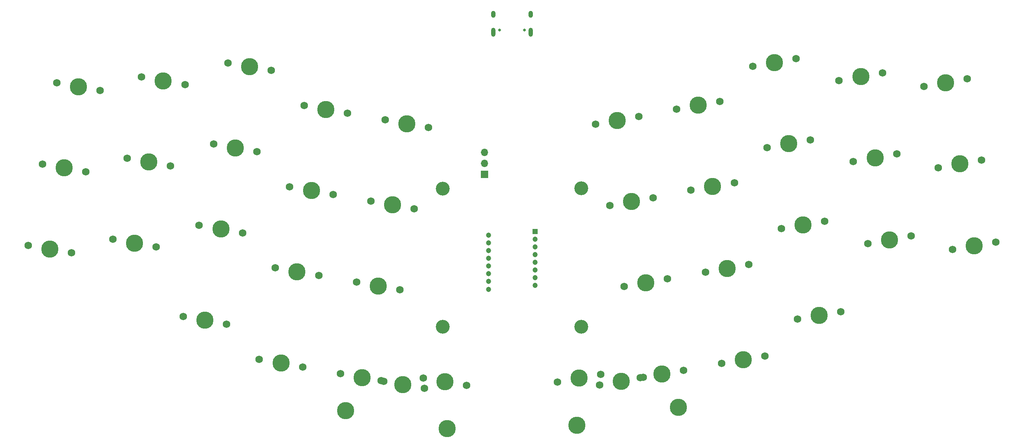
<source format=gbr>
%TF.GenerationSoftware,KiCad,Pcbnew,8.0.8*%
%TF.CreationDate,2025-05-06T20:43:44+02:00*%
%TF.ProjectId,Le Chisoffre,4c652043-6869-4736-9f66-6672652e6b69,rev?*%
%TF.SameCoordinates,Original*%
%TF.FileFunction,Soldermask,Top*%
%TF.FilePolarity,Negative*%
%FSLAX46Y46*%
G04 Gerber Fmt 4.6, Leading zero omitted, Abs format (unit mm)*
G04 Created by KiCad (PCBNEW 8.0.8) date 2025-05-06 20:43:44*
%MOMM*%
%LPD*%
G01*
G04 APERTURE LIST*
%ADD10C,1.750000*%
%ADD11C,3.987800*%
%ADD12C,3.200000*%
%ADD13C,0.650000*%
%ADD14O,1.000000X1.600000*%
%ADD15O,1.000000X2.100000*%
%ADD16R,1.700000X1.700000*%
%ADD17O,1.700000X1.700000*%
%ADD18R,1.200000X1.200000*%
%ADD19C,1.200000*%
G04 APERTURE END LIST*
D10*
%TO.C,MX17*%
X192178612Y-73706304D03*
D11*
X197181435Y-72824171D03*
D10*
X202184258Y-71942038D03*
%TD*%
%TO.C,MX28*%
X213089398Y-82592687D03*
D11*
X218092221Y-81710554D03*
D10*
X223095044Y-80828421D03*
%TD*%
%TO.C,MX25*%
X114931578Y-94964223D03*
D11*
X119934401Y-95846356D03*
D10*
X124937224Y-96728489D03*
%TD*%
%TO.C,MX20*%
X249287374Y-68472457D03*
D11*
X254290197Y-67590324D03*
D10*
X259293020Y-66708191D03*
%TD*%
%TO.C,MX35*%
X199241187Y-113760158D03*
D11*
X204244010Y-112878025D03*
D10*
X209246833Y-111995892D03*
%TD*%
%TO.C,MX9*%
X226391789Y-48329720D03*
D11*
X231394612Y-47447587D03*
D10*
X236397435Y-46565454D03*
%TD*%
%TO.C,MX8*%
X206473403Y-45071512D03*
D11*
X211476226Y-44189379D03*
D10*
X216479049Y-43307246D03*
%TD*%
%TO.C,MX24*%
X96170990Y-91656225D03*
D11*
X101173813Y-92538358D03*
D10*
X106176636Y-93420491D03*
%TD*%
%TO.C,MX39*%
X161297358Y-118012792D03*
D11*
X166300181Y-117130659D03*
D10*
X171303004Y-116248526D03*
%TD*%
%TO.C,MX11*%
X42370225Y-67661791D03*
D11*
X47373048Y-68543924D03*
D10*
X52375871Y-69426057D03*
%TD*%
%TO.C,MX15*%
X118239576Y-76203635D03*
D11*
X123242399Y-77085768D03*
D10*
X128245222Y-77967901D03*
%TD*%
%TO.C,MX26*%
X176759102Y-95962495D03*
D11*
X181761925Y-95080362D03*
D10*
X186764748Y-94198229D03*
%TD*%
%TO.C,MX19*%
X229699787Y-67090308D03*
D11*
X234702610Y-66208175D03*
D10*
X239705433Y-65326042D03*
%TD*%
%TO.C,MX38*%
X140371298Y-118833195D03*
D11*
X135368475Y-117951062D03*
D10*
X130365652Y-117068929D03*
%TD*%
%TO.C,MX37*%
X111191565Y-116106005D03*
D11*
X116194388Y-116988138D03*
D10*
X121197211Y-117870271D03*
%TD*%
%TO.C,MX6*%
X170143106Y-58441320D03*
D11*
X175145929Y-57559187D03*
D10*
X180148752Y-56677054D03*
%TD*%
%TO.C,MX5*%
X121547573Y-57443048D03*
D11*
X126550396Y-58325181D03*
D10*
X131553219Y-59207314D03*
%TD*%
%TO.C,MX12*%
X61957812Y-66279642D03*
D11*
X66960635Y-67161775D03*
D10*
X71963458Y-68043908D03*
%TD*%
%TO.C,MX23*%
X78568202Y-81782022D03*
D11*
X83571025Y-82664155D03*
D10*
X88573848Y-83546288D03*
%TD*%
%TO.C,MX29*%
X233040865Y-86038502D03*
D11*
X238043688Y-85156369D03*
D10*
X243046511Y-84274236D03*
%TD*%
%TO.C,MX14*%
X99478988Y-72895638D03*
D11*
X104481811Y-73777771D03*
D10*
X109484634Y-74659904D03*
%TD*%
D11*
%TO.C,S2*%
X165807215Y-128049174D03*
X189257951Y-123914178D03*
%TD*%
D10*
%TO.C,MX2*%
X65265810Y-47519054D03*
D11*
X70268633Y-48401187D03*
D10*
X75271456Y-49283320D03*
%TD*%
D12*
%TO.C,H4*%
X166859205Y-105283250D03*
%TD*%
D10*
%TO.C,MX3*%
X85184197Y-44260847D03*
D11*
X90187020Y-45142980D03*
D10*
X95189843Y-46025113D03*
%TD*%
%TO.C,MX30*%
X252628452Y-87420651D03*
D11*
X257631275Y-86538518D03*
D10*
X262634098Y-85656385D03*
%TD*%
%TO.C,MX7*%
X188870614Y-54945716D03*
D11*
X193873437Y-54063583D03*
D10*
X198876260Y-53181450D03*
%TD*%
%TO.C,MX22*%
X58649815Y-85040230D03*
D11*
X63652638Y-85922363D03*
D10*
X68655461Y-86804496D03*
%TD*%
%TO.C,MX36*%
X216777816Y-103510743D03*
D11*
X221780639Y-102628610D03*
D10*
X226783462Y-101746477D03*
%TD*%
%TO.C,MX34*%
X171096294Y-118734221D03*
D11*
X176099117Y-117852088D03*
D10*
X181101940Y-116969955D03*
%TD*%
D12*
%TO.C,H3*%
X134853935Y-105290620D03*
%TD*%
D10*
%TO.C,MX31*%
X74846704Y-102887683D03*
D11*
X79849527Y-103769816D03*
D10*
X84852350Y-104651949D03*
%TD*%
%TO.C,MX21*%
X39062227Y-86422379D03*
D11*
X44065050Y-87304512D03*
D10*
X49067873Y-88186645D03*
%TD*%
%TO.C,MX10*%
X245979377Y-49711870D03*
D11*
X250982200Y-48829737D03*
D10*
X255985023Y-47947604D03*
%TD*%
%TO.C,MX33*%
X120580213Y-117738224D03*
D11*
X125583036Y-118620357D03*
D10*
X130585859Y-119502490D03*
%TD*%
%TO.C,MX4*%
X102786986Y-54135050D03*
D11*
X107789809Y-55017183D03*
D10*
X112792632Y-55899316D03*
%TD*%
%TO.C,MX32*%
X92449493Y-112761887D03*
D11*
X97452316Y-113644020D03*
D10*
X102455139Y-114526153D03*
%TD*%
D12*
%TO.C,H2*%
X166855645Y-73278740D03*
%TD*%
D11*
%TO.C,S1*%
X135874938Y-128817444D03*
X112424203Y-124682446D03*
%TD*%
D10*
%TO.C,MX13*%
X81876199Y-63021434D03*
D11*
X86879022Y-63903567D03*
D10*
X91881845Y-64785700D03*
%TD*%
%TO.C,MX40*%
X180471445Y-117049868D03*
D11*
X185474268Y-116167735D03*
D10*
X190477091Y-115285602D03*
%TD*%
%TO.C,MX16*%
X173451104Y-77201907D03*
D11*
X178453927Y-76319774D03*
D10*
X183456750Y-75437641D03*
%TD*%
%TO.C,MX1*%
X45678223Y-48901204D03*
D11*
X50681046Y-49783337D03*
D10*
X55683869Y-50665470D03*
%TD*%
%TO.C,MX18*%
X209781400Y-63832099D03*
D11*
X214784223Y-62949966D03*
D10*
X219787046Y-62067833D03*
%TD*%
%TO.C,MX27*%
X195519690Y-92654497D03*
D11*
X200522513Y-91772364D03*
D10*
X205525336Y-90890231D03*
%TD*%
D12*
%TO.C,H1*%
X134848345Y-73297790D03*
%TD*%
D13*
%TO.C,J1*%
X147922500Y-36655000D03*
X153702500Y-36655000D03*
D14*
X146492500Y-33005000D03*
D15*
X146492500Y-37185000D03*
D14*
X155132500Y-33005000D03*
D15*
X155132500Y-37185000D03*
%TD*%
D16*
%TO.C,SWD1*%
X144462500Y-69993750D03*
D17*
X144462500Y-67453750D03*
X144462500Y-64913750D03*
%TD*%
D18*
%TO.C,U5*%
X156150243Y-83224438D03*
D19*
X156150243Y-85004438D03*
X156150243Y-86784438D03*
X156150243Y-88564438D03*
X156150243Y-90344438D03*
X156150243Y-92124438D03*
X156150243Y-93904438D03*
X156150243Y-95684438D03*
X145450243Y-96574438D03*
X145450243Y-94794438D03*
X145450243Y-93014438D03*
X145450243Y-91234438D03*
X145450243Y-89454438D03*
X145450243Y-87674438D03*
X145450243Y-85894438D03*
X145450243Y-84114438D03*
%TD*%
M02*

</source>
